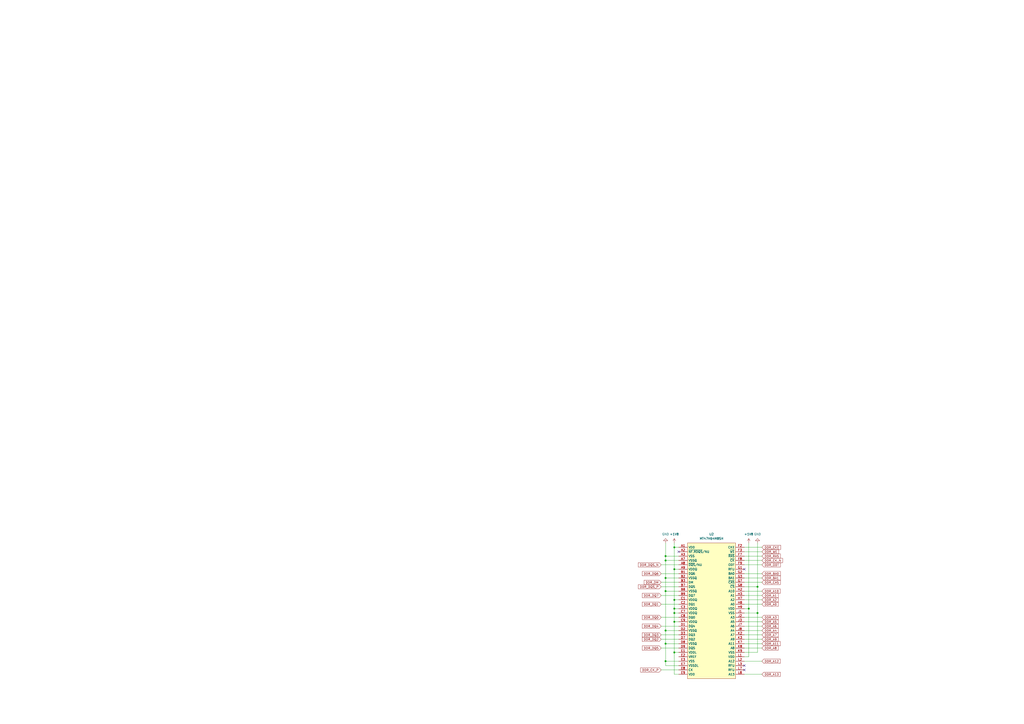
<source format=kicad_sch>
(kicad_sch (version 20211123) (generator eeschema)
  (paper "A2")
  (lib_symbols
    (symbol "easyeda2kicad:MT47H64M8SH"
      (property "Reference" "U" (at 0 43.18 0))
      (property "Value" "MT47H64M8SH" (at 0 -40.64 0))
      (symbol "MT47H64M8SH_0_1"
        (rectangle (start -15.24 40.64) (end 12.7 -38.1) (fill (type background)))
        (pin unspecified line (at -20.32 38.1 0) (length 5.08) (name "VDD") (number "A1"))
        (pin unspecified line (at -20.32 35.56 0) (length 5.08) (name "~{NF,RDQS}/NU") (number "A2"))
        (pin unspecified line (at -20.32 33.02 0) (length 5.08) (name "VSS") (number "A3"))
        (pin unspecified line (at -20.32 30.48 0) (length 5.08) (name "VSSQ") (number "A7"))
        (pin unspecified line (at -20.32 27.94 0) (length 5.08) (name "~{DQS}/NU") (number "A8"))
        (pin unspecified line (at -20.32 25.4 0) (length 5.08) (name "VDDQ") (number "A9"))
        (pin unspecified line (at -20.32 22.86 0) (length 5.08) (name "DQ6") (number "B1"))
        (pin unspecified line (at -20.32 20.32 0) (length 5.08) (name "VSSQ") (number "B2"))
        (pin unspecified line (at -20.32 17.78 0) (length 5.08) (name "DM") (number "B3"))
        (pin unspecified line (at -20.32 15.24 0) (length 5.08) (name "DQS") (number "B7"))
        (pin unspecified line (at -20.32 12.7 0) (length 5.08) (name "VSSQ") (number "B8"))
        (pin unspecified line (at -20.32 10.16 0) (length 5.08) (name "DQ7") (number "B9"))
        (pin unspecified line (at -20.32 7.62 0) (length 5.08) (name "VDDQ") (number "C1"))
        (pin unspecified line (at -20.32 5.08 0) (length 5.08) (name "DQ1") (number "C2"))
        (pin unspecified line (at -20.32 2.54 0) (length 5.08) (name "VDDQ") (number "C3"))
        (pin unspecified line (at -20.32 0 0) (length 5.08) (name "VDDQ") (number "C7"))
        (pin unspecified line (at -20.32 -2.54 0) (length 5.08) (name "DQ0") (number "C8"))
        (pin unspecified line (at -20.32 -5.08 0) (length 5.08) (name "VDDQ") (number "C9"))
        (pin unspecified line (at -20.32 -7.62 0) (length 5.08) (name "DQ4") (number "D1"))
        (pin unspecified line (at -20.32 -10.16 0) (length 5.08) (name "VSSQ") (number "D2"))
        (pin unspecified line (at -20.32 -12.7 0) (length 5.08) (name "DQ3") (number "D3"))
        (pin unspecified line (at -20.32 -15.24 0) (length 5.08) (name "DQ2") (number "D7"))
        (pin unspecified line (at -20.32 -17.78 0) (length 5.08) (name "VSSQ") (number "D8"))
        (pin unspecified line (at -20.32 -20.32 0) (length 5.08) (name "DQ5") (number "D9"))
        (pin unspecified line (at -20.32 -22.86 0) (length 5.08) (name "VDDL") (number "E1"))
        (pin unspecified line (at -20.32 -25.4 0) (length 5.08) (name "VREF") (number "E2"))
        (pin unspecified line (at -20.32 -27.94 0) (length 5.08) (name "VSS") (number "E3"))
        (pin unspecified line (at -20.32 -30.48 0) (length 5.08) (name "VSSDL") (number "E7"))
        (pin unspecified line (at -20.32 -33.02 0) (length 5.08) (name "CK") (number "E8"))
        (pin unspecified line (at -20.32 -35.56 0) (length 5.08) (name "VDD") (number "E9"))
        (pin unspecified line (at 17.78 38.1 180) (length 5.08) (name "CKE") (number "F2"))
        (pin unspecified line (at 17.78 35.56 180) (length 5.08) (name "~{WE}") (number "F3"))
        (pin unspecified line (at 17.78 33.02 180) (length 5.08) (name "~{RAS}") (number "F7"))
        (pin unspecified line (at 17.78 30.48 180) (length 5.08) (name "~{CK}") (number "F8"))
        (pin unspecified line (at 17.78 27.94 180) (length 5.08) (name "ODT") (number "F9"))
        (pin unspecified line (at 17.78 25.4 180) (length 5.08) (name "RFU") (number "G1"))
        (pin unspecified line (at 17.78 22.86 180) (length 5.08) (name "BA0") (number "G2"))
        (pin unspecified line (at 17.78 20.32 180) (length 5.08) (name "BA1") (number "G3"))
        (pin unspecified line (at 17.78 17.78 180) (length 5.08) (name "~{CAS}") (number "G7"))
        (pin unspecified line (at 17.78 15.24 180) (length 5.08) (name "~{CS}") (number "G8"))
        (pin unspecified line (at 17.78 12.7 180) (length 5.08) (name "A10") (number "H2"))
        (pin unspecified line (at 17.78 10.16 180) (length 5.08) (name "A1") (number "H3"))
        (pin unspecified line (at 17.78 7.62 180) (length 5.08) (name "A2") (number "H7"))
        (pin unspecified line (at 17.78 5.08 180) (length 5.08) (name "A0") (number "H8"))
        (pin unspecified line (at 17.78 2.54 180) (length 5.08) (name "VDD") (number "H9"))
        (pin unspecified line (at 17.78 0 180) (length 5.08) (name "VSS") (number "J1"))
        (pin unspecified line (at 17.78 -2.54 180) (length 5.08) (name "A3") (number "J2"))
        (pin unspecified line (at 17.78 -5.08 180) (length 5.08) (name "A5") (number "J3"))
        (pin unspecified line (at 17.78 -7.62 180) (length 5.08) (name "A6") (number "J7"))
        (pin unspecified line (at 17.78 -10.16 180) (length 5.08) (name "A4") (number "J8"))
        (pin unspecified line (at 17.78 -12.7 180) (length 5.08) (name "A7") (number "K2"))
        (pin unspecified line (at 17.78 -15.24 180) (length 5.08) (name "A9") (number "K3"))
        (pin unspecified line (at 17.78 -17.78 180) (length 5.08) (name "A11") (number "K7"))
        (pin unspecified line (at 17.78 -20.32 180) (length 5.08) (name "A8") (number "K8"))
        (pin unspecified line (at 17.78 -22.86 180) (length 5.08) (name "VSS") (number "K9"))
        (pin unspecified line (at 17.78 -25.4 180) (length 5.08) (name "VDD") (number "L1"))
        (pin unspecified line (at 17.78 -27.94 180) (length 5.08) (name "A12") (number "L2"))
        (pin unspecified line (at 17.78 -30.48 180) (length 5.08) (name "RFU") (number "L3"))
        (pin unspecified line (at 17.78 -33.02 180) (length 5.08) (name "RFU") (number "L7"))
        (pin unspecified line (at 17.78 -35.56 180) (length 5.08) (name "A13") (number "L8"))
      )
    )
    (symbol "power:+1V8" (power) (pin_names (offset 0))
      (property "Value" "+1V8" (at 0 3.556 0))
      (symbol "+1V8_0_1"
        (polyline (pts (xy -0.762 1.27) (xy 0 2.54)))
        (polyline (pts (xy 0 0) (xy 0 2.54)))
        (polyline (pts (xy 0 2.54) (xy 0.762 1.27)))
      )
      (symbol "+1V8_1_1"
        (pin power_in line (at 0 0 90) (length 0) hide (name "+1V8") (number "1"))
      )
    )
    (symbol "power:GND" (power) (pin_names (offset 0))
      (property "Value" "GND" (at 0 -3.81 0))
      (symbol "GND_0_1"
        (polyline (pts (xy 0 0) (xy 0 -1.27) (xy 1.27 -1.27) (xy 0 -2.54) (xy -1.27 -1.27) (xy 0 -1.27)))
      )
      (symbol "GND_1_1"
        (pin power_in line (at 0 0 270) (length 0) hide (name "GND") (number "1"))
      )
    )
  )
  (junction (at 386.08 322.58))
  (junction (at 391.16 355.6))
  (junction (at 386.08 383.54))
  (junction (at 391.16 317.5))
  (junction (at 434.34 353.06))
  (junction (at 386.08 373.38))
  (junction (at 391.16 330.2))
  (junction (at 386.08 342.9))
  (junction (at 439.42 355.6))
  (junction (at 391.16 353.06))
  (junction (at 391.16 360.68))
  (junction (at 386.08 365.76))
  (junction (at 386.08 335.28))
  (junction (at 386.08 325.12))
  (junction (at 391.16 378.46))
  (junction (at 391.16 347.98))
  (junction (at 439.42 340.36))
  (no_connect (at 393.7 320.04))
  (no_connect (at 431.8 388.62))
  (no_connect (at 431.8 386.08))
  (no_connect (at 431.8 330.2))
  (wire (pts (xy 383.54 375.92) (xy 393.7 375.92)))
  (wire (pts (xy 393.7 353.06) (xy 391.16 353.06)))
  (wire (pts (xy 434.34 353.06) (xy 434.34 381)))
  (wire (pts (xy 441.96 327.66) (xy 431.8 327.66)))
  (wire (pts (xy 383.54 327.66) (xy 393.7 327.66)))
  (wire (pts (xy 386.08 325.12) (xy 386.08 322.58)))
  (wire (pts (xy 383.54 368.3) (xy 393.7 368.3)))
  (wire (pts (xy 441.96 347.98) (xy 431.8 347.98)))
  (wire (pts (xy 431.8 340.36) (xy 439.42 340.36)))
  (wire (pts (xy 441.96 350.52) (xy 431.8 350.52)))
  (wire (pts (xy 386.08 386.08) (xy 386.08 383.54)))
  (wire (pts (xy 383.54 345.44) (xy 393.7 345.44)))
  (wire (pts (xy 393.7 373.38) (xy 386.08 373.38)))
  (wire (pts (xy 386.08 373.38) (xy 386.08 365.76)))
  (wire (pts (xy 393.7 383.54) (xy 386.08 383.54)))
  (wire (pts (xy 441.96 391.16) (xy 431.8 391.16)))
  (wire (pts (xy 441.96 342.9) (xy 431.8 342.9)))
  (wire (pts (xy 393.7 391.16) (xy 391.16 391.16)))
  (wire (pts (xy 383.54 332.74) (xy 393.7 332.74)))
  (wire (pts (xy 393.7 317.5) (xy 391.16 317.5)))
  (wire (pts (xy 391.16 317.5) (xy 391.16 314.96)))
  (wire (pts (xy 431.8 353.06) (xy 434.34 353.06)))
  (wire (pts (xy 441.96 368.3) (xy 431.8 368.3)))
  (wire (pts (xy 386.08 335.28) (xy 386.08 325.12)))
  (wire (pts (xy 393.7 378.46) (xy 391.16 378.46)))
  (wire (pts (xy 441.96 373.38) (xy 431.8 373.38)))
  (wire (pts (xy 383.54 337.82) (xy 393.7 337.82)))
  (wire (pts (xy 441.96 383.54) (xy 431.8 383.54)))
  (wire (pts (xy 383.54 340.36) (xy 393.7 340.36)))
  (wire (pts (xy 391.16 391.16) (xy 391.16 378.46)))
  (wire (pts (xy 439.42 340.36) (xy 439.42 355.6)))
  (wire (pts (xy 441.96 320.04) (xy 431.8 320.04)))
  (wire (pts (xy 393.7 342.9) (xy 386.08 342.9)))
  (wire (pts (xy 393.7 360.68) (xy 391.16 360.68)))
  (wire (pts (xy 383.54 370.84) (xy 393.7 370.84)))
  (wire (pts (xy 386.08 365.76) (xy 386.08 342.9)))
  (wire (pts (xy 391.16 355.6) (xy 391.16 353.06)))
  (wire (pts (xy 441.96 375.92) (xy 431.8 375.92)))
  (wire (pts (xy 439.42 378.46) (xy 439.42 355.6)))
  (wire (pts (xy 383.54 388.62) (xy 393.7 388.62)))
  (wire (pts (xy 393.7 335.28) (xy 386.08 335.28)))
  (wire (pts (xy 431.8 378.46) (xy 439.42 378.46)))
  (wire (pts (xy 441.96 317.5) (xy 431.8 317.5)))
  (wire (pts (xy 441.96 332.74) (xy 431.8 332.74)))
  (wire (pts (xy 441.96 322.58) (xy 431.8 322.58)))
  (wire (pts (xy 393.7 355.6) (xy 391.16 355.6)))
  (wire (pts (xy 386.08 342.9) (xy 386.08 335.28)))
  (wire (pts (xy 431.8 355.6) (xy 439.42 355.6)))
  (wire (pts (xy 441.96 337.82) (xy 431.8 337.82)))
  (wire (pts (xy 383.54 358.14) (xy 393.7 358.14)))
  (wire (pts (xy 393.7 322.58) (xy 386.08 322.58)))
  (wire (pts (xy 391.16 378.46) (xy 391.16 360.68)))
  (wire (pts (xy 391.16 360.68) (xy 391.16 355.6)))
  (wire (pts (xy 441.96 360.68) (xy 431.8 360.68)))
  (wire (pts (xy 441.96 363.22) (xy 431.8 363.22)))
  (wire (pts (xy 391.16 330.2) (xy 391.16 317.5)))
  (wire (pts (xy 386.08 322.58) (xy 386.08 314.96)))
  (wire (pts (xy 393.7 347.98) (xy 391.16 347.98)))
  (wire (pts (xy 431.8 325.12) (xy 441.96 325.12)))
  (wire (pts (xy 386.08 383.54) (xy 386.08 373.38)))
  (wire (pts (xy 393.7 365.76) (xy 386.08 365.76)))
  (wire (pts (xy 439.42 314.96) (xy 439.42 340.36)))
  (wire (pts (xy 383.54 363.22) (xy 393.7 363.22)))
  (wire (pts (xy 434.34 314.96) (xy 434.34 353.06)))
  (wire (pts (xy 383.54 350.52) (xy 393.7 350.52)))
  (wire (pts (xy 431.8 381) (xy 434.34 381)))
  (wire (pts (xy 441.96 335.28) (xy 431.8 335.28)))
  (wire (pts (xy 441.96 345.44) (xy 431.8 345.44)))
  (wire (pts (xy 441.96 365.76) (xy 431.8 365.76)))
  (wire (pts (xy 393.7 330.2) (xy 391.16 330.2)))
  (wire (pts (xy 391.16 353.06) (xy 391.16 347.98)))
  (wire (pts (xy 391.16 347.98) (xy 391.16 330.2)))
  (wire (pts (xy 393.7 386.08) (xy 386.08 386.08)))
  (wire (pts (xy 441.96 358.14) (xy 431.8 358.14)))
  (wire (pts (xy 441.96 370.84) (xy 431.8 370.84)))
  (wire (pts (xy 393.7 325.12) (xy 386.08 325.12)))
  (global_label "DDR_BA1" (shape input) (at 441.96 335.28 0) (property "Intersheet References" "${INTERSHEET_REFS}" (effects hide)))
  (global_label "DDR_A0" (shape input) (at 441.96 350.52 0) (property "Intersheet References" "${INTERSHEET_REFS}" (effects hide)))
  (global_label "DDR_A6" (shape input) (at 441.96 363.22 0) (property "Intersheet References" "${INTERSHEET_REFS}" (effects hide)))
  (global_label "DDR_A13" (shape input) (at 441.96 391.16 0) (property "Intersheet References" "${INTERSHEET_REFS}" (effects hide)))
  (global_label "DDR_DQ1" (shape input) (at 383.54 350.52 180) (property "Intersheet References" "${INTERSHEET_REFS}" (effects hide)))
  (global_label "DDR_DM" (shape input) (at 383.54 337.82 180) (property "Intersheet References" "${INTERSHEET_REFS}" (effects hide)))
  (global_label "DDR_A1" (shape input) (at 441.96 345.44 0) (property "Intersheet References" "${INTERSHEET_REFS}" (effects hide)))
  (global_label "DDR_A11" (shape input) (at 441.96 373.38 0) (property "Intersheet References" "${INTERSHEET_REFS}" (effects hide)))
  (global_label "DDR_DQ2" (shape input) (at 383.54 370.84 180) (property "Intersheet References" "${INTERSHEET_REFS}" (effects hide)))
  (global_label "DDR_RAS" (shape input) (at 441.96 322.58 0) (property "Intersheet References" "${INTERSHEET_REFS}" (effects hide)))
  (global_label "DDR_A7" (shape input) (at 441.96 368.3 0) (property "Intersheet References" "${INTERSHEET_REFS}" (effects hide)))
  (global_label "DDR_DQS_N" (shape input) (at 383.54 327.66 180) (property "Intersheet References" "${INTERSHEET_REFS}" (effects hide)))
  (global_label "DDR_CK_P" (shape input) (at 383.54 388.62 180) (property "Intersheet References" "${INTERSHEET_REFS}" (effects hide)))
  (global_label "DDR_CK_N" (shape input) (at 441.96 325.12 0) (property "Intersheet References" "${INTERSHEET_REFS}" (effects hide)))
  (global_label "DDR_ODT" (shape input) (at 441.96 327.66 0) (property "Intersheet References" "${INTERSHEET_REFS}" (effects hide)))
  (global_label "DDR_DQ0" (shape input) (at 383.54 358.14 180) (property "Intersheet References" "${INTERSHEET_REFS}" (effects hide)))
  (global_label "DDR_A10" (shape input) (at 441.96 342.9 0) (property "Intersheet References" "${INTERSHEET_REFS}" (effects hide)))
  (global_label "DDR_DQ3" (shape input) (at 383.54 368.3 180) (property "Intersheet References" "${INTERSHEET_REFS}" (effects hide)))
  (global_label "DDR_A5" (shape input) (at 441.96 360.68 0) (property "Intersheet References" "${INTERSHEET_REFS}" (effects hide)))
  (global_label "DDR_CKE" (shape input) (at 441.96 317.5 0) (property "Intersheet References" "${INTERSHEET_REFS}" (effects hide)))
  (global_label "DDR_A2" (shape input) (at 441.96 347.98 0) (property "Intersheet References" "${INTERSHEET_REFS}" (effects hide)))
  (global_label "DDR_DQ6" (shape input) (at 383.54 332.74 180) (property "Intersheet References" "${INTERSHEET_REFS}" (effects hide)))
  (global_label "DDR_A3" (shape input) (at 441.96 358.14 0) (property "Intersheet References" "${INTERSHEET_REFS}" (effects hide)))
  (global_label "DDR_WE" (shape input) (at 441.96 320.04 0) (property "Intersheet References" "${INTERSHEET_REFS}" (effects hide)))
  (global_label "DDR_A12" (shape input) (at 441.96 383.54 0) (property "Intersheet References" "${INTERSHEET_REFS}" (effects hide)))
  (global_label "DDR_DQ4" (shape input) (at 383.54 363.22 180) (property "Intersheet References" "${INTERSHEET_REFS}" (effects hide)))
  (global_label "DDR_A9" (shape input) (at 441.96 370.84 0) (property "Intersheet References" "${INTERSHEET_REFS}" (effects hide)))
  (global_label "DDR_CAS" (shape input) (at 441.96 337.82 0) (property "Intersheet References" "${INTERSHEET_REFS}" (effects hide)))
  (global_label "DDR_DQS_P" (shape input) (at 383.54 340.36 180) (property "Intersheet References" "${INTERSHEET_REFS}" (effects hide)))
  (global_label "DDR_A8" (shape input) (at 441.96 375.92 0) (property "Intersheet References" "${INTERSHEET_REFS}" (effects hide)))
  (global_label "DDR_DQ5" (shape input) (at 383.54 375.92 180) (property "Intersheet References" "${INTERSHEET_REFS}" (effects hide)))
  (global_label "DDR_BA0" (shape input) (at 441.96 332.74 0) (property "Intersheet References" "${INTERSHEET_REFS}" (effects hide)))
  (global_label "DDR_DQ7" (shape input) (at 383.54 345.44 180) (property "Intersheet References" "${INTERSHEET_REFS}" (effects hide)))
  (global_label "DDR_A4" (shape input) (at 441.96 365.76 0) (property "Intersheet References" "${INTERSHEET_REFS}" (effects hide)))
  (symbol (lib_id "power:GND") (at 439.42 314.96 0) (mirror x) (unit 1)
    (property "Reference" "#PWR0129" (effects hide))
    (property "Value" "GND" (at 439.42 309.88 0))
  )
  (symbol (lib_id "power:+1V8") (at 391.16 314.96 0) (unit 1)
    (property "Reference" "#PWR0126" (effects hide))
    (property "Value" "+1V8" (at 391.16 309.88 0))
  )
  (symbol (lib_id "power:GND") (at 386.08 314.96 180) (unit 1)
    (property "Reference" "#PWR0127" (effects hide))
    (property "Value" "GND" (at 386.08 309.88 0))
  )
  (symbol (lib_id "power:+1V8") (at 434.34 314.96 0) (mirror y) (unit 1)
    (property "Reference" "#PWR0128" (effects hide))
    (property "Value" "+1V8" (at 434.34 309.88 0))
  )
  (symbol (lib_id "easyeda2kicad:MT47H64M8SH") (at 414.02 355.6 0) (unit 1)
    (property "Reference" "U2" (at 412.75 309.88 0))
    (property "Value" "MT47H64M8SH" (at 412.75 312.42 0))
    (property "Footprint" "easyeda2kicad:FBGA-60_L10.0-W8.0-P0.80-TL_MICRON_MT47H64M8SH" (effects hide))
    (property "LCSC Part" "C1353826" (effects hide))
  )
)
</source>
